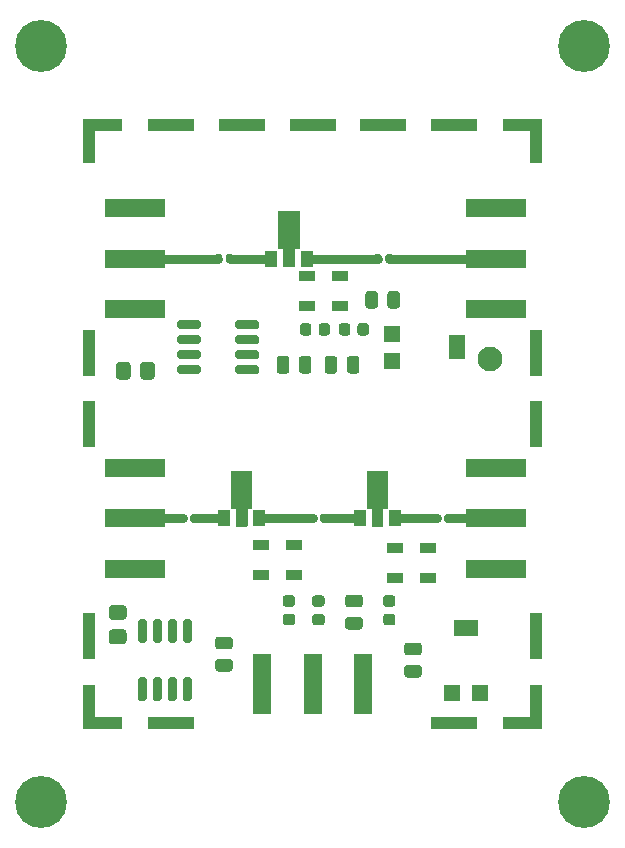
<source format=gbr>
G04 #@! TF.GenerationSoftware,KiCad,Pcbnew,5.1.6-c6e7f7d~87~ubuntu18.04.1*
G04 #@! TF.CreationDate,2021-01-12T05:29:31+00:00*
G04 #@! TF.ProjectId,amp,616d702e-6b69-4636-9164-5f7063625858,rev?*
G04 #@! TF.SameCoordinates,Original*
G04 #@! TF.FileFunction,Soldermask,Top*
G04 #@! TF.FilePolarity,Negative*
%FSLAX46Y46*%
G04 Gerber Fmt 4.6, Leading zero omitted, Abs format (unit mm)*
G04 Created by KiCad (PCBNEW 5.1.6-c6e7f7d~87~ubuntu18.04.1) date 2021-01-12 05:29:31*
%MOMM*%
%LPD*%
G01*
G04 APERTURE LIST*
%ADD10C,0.750000*%
%ADD11C,2.100000*%
%ADD12R,1.400000X1.400000*%
%ADD13R,2.100000X1.400000*%
%ADD14R,1.400000X2.100000*%
%ADD15R,1.370000X0.862000*%
%ADD16R,2.450000X1.100000*%
%ADD17R,3.900000X1.100000*%
%ADD18R,1.100000X2.800000*%
%ADD19R,1.100000X3.900000*%
%ADD20R,1.100000X1.100000*%
%ADD21C,4.400000*%
%ADD22C,0.100000*%
%ADD23R,1.000000X1.400000*%
%ADD24R,5.180000X1.600000*%
%ADD25R,1.600000X5.180000*%
G04 APERTURE END LIST*
D10*
X149485000Y-101000000D02*
X153500000Y-101000000D01*
X145000000Y-101000000D02*
X148515000Y-101000000D01*
X138970000Y-101000000D02*
X142000000Y-101000000D01*
X133500000Y-101000000D02*
X138000000Y-101000000D01*
X127985000Y-101000000D02*
X130500000Y-101000000D01*
X123000000Y-101000000D02*
X127015000Y-101000000D01*
X144485000Y-79000000D02*
X153500000Y-79000000D01*
X137500000Y-79000000D02*
X143515000Y-79000000D01*
X130985000Y-79000000D02*
X134500000Y-79000000D01*
X123000000Y-79000000D02*
X130015000Y-79000000D01*
G04 #@! TO.C,C14*
G36*
G01*
X123400000Y-88978262D02*
X123400000Y-88021738D01*
G75*
G02*
X123671738Y-87750000I271738J0D01*
G01*
X124378262Y-87750000D01*
G75*
G02*
X124650000Y-88021738I0J-271738D01*
G01*
X124650000Y-88978262D01*
G75*
G02*
X124378262Y-89250000I-271738J0D01*
G01*
X123671738Y-89250000D01*
G75*
G02*
X123400000Y-88978262I0J271738D01*
G01*
G37*
G36*
G01*
X121350000Y-88978262D02*
X121350000Y-88021738D01*
G75*
G02*
X121621738Y-87750000I271738J0D01*
G01*
X122328262Y-87750000D01*
G75*
G02*
X122600000Y-88021738I0J-271738D01*
G01*
X122600000Y-88978262D01*
G75*
G02*
X122328262Y-89250000I-271738J0D01*
G01*
X121621738Y-89250000D01*
G75*
G02*
X121350000Y-88978262I0J271738D01*
G01*
G37*
G04 #@! TD*
G04 #@! TO.C,C13*
G36*
G01*
X121021738Y-110400000D02*
X121978262Y-110400000D01*
G75*
G02*
X122250000Y-110671738I0J-271738D01*
G01*
X122250000Y-111378262D01*
G75*
G02*
X121978262Y-111650000I-271738J0D01*
G01*
X121021738Y-111650000D01*
G75*
G02*
X120750000Y-111378262I0J271738D01*
G01*
X120750000Y-110671738D01*
G75*
G02*
X121021738Y-110400000I271738J0D01*
G01*
G37*
G36*
G01*
X121021738Y-108350000D02*
X121978262Y-108350000D01*
G75*
G02*
X122250000Y-108621738I0J-271738D01*
G01*
X122250000Y-109328262D01*
G75*
G02*
X121978262Y-109600000I-271738J0D01*
G01*
X121021738Y-109600000D01*
G75*
G02*
X120750000Y-109328262I0J271738D01*
G01*
X120750000Y-108621738D01*
G75*
G02*
X121021738Y-108350000I271738J0D01*
G01*
G37*
G04 #@! TD*
G04 #@! TO.C,U5*
G36*
G01*
X123770000Y-111550000D02*
X123420000Y-111550000D01*
G75*
G02*
X123245000Y-111375000I0J175000D01*
G01*
X123245000Y-109675000D01*
G75*
G02*
X123420000Y-109500000I175000J0D01*
G01*
X123770000Y-109500000D01*
G75*
G02*
X123945000Y-109675000I0J-175000D01*
G01*
X123945000Y-111375000D01*
G75*
G02*
X123770000Y-111550000I-175000J0D01*
G01*
G37*
G36*
G01*
X125040000Y-111550000D02*
X124690000Y-111550000D01*
G75*
G02*
X124515000Y-111375000I0J175000D01*
G01*
X124515000Y-109675000D01*
G75*
G02*
X124690000Y-109500000I175000J0D01*
G01*
X125040000Y-109500000D01*
G75*
G02*
X125215000Y-109675000I0J-175000D01*
G01*
X125215000Y-111375000D01*
G75*
G02*
X125040000Y-111550000I-175000J0D01*
G01*
G37*
G36*
G01*
X126310000Y-111550000D02*
X125960000Y-111550000D01*
G75*
G02*
X125785000Y-111375000I0J175000D01*
G01*
X125785000Y-109675000D01*
G75*
G02*
X125960000Y-109500000I175000J0D01*
G01*
X126310000Y-109500000D01*
G75*
G02*
X126485000Y-109675000I0J-175000D01*
G01*
X126485000Y-111375000D01*
G75*
G02*
X126310000Y-111550000I-175000J0D01*
G01*
G37*
G36*
G01*
X127580000Y-111550000D02*
X127230000Y-111550000D01*
G75*
G02*
X127055000Y-111375000I0J175000D01*
G01*
X127055000Y-109675000D01*
G75*
G02*
X127230000Y-109500000I175000J0D01*
G01*
X127580000Y-109500000D01*
G75*
G02*
X127755000Y-109675000I0J-175000D01*
G01*
X127755000Y-111375000D01*
G75*
G02*
X127580000Y-111550000I-175000J0D01*
G01*
G37*
G36*
G01*
X127580000Y-116500000D02*
X127230000Y-116500000D01*
G75*
G02*
X127055000Y-116325000I0J175000D01*
G01*
X127055000Y-114625000D01*
G75*
G02*
X127230000Y-114450000I175000J0D01*
G01*
X127580000Y-114450000D01*
G75*
G02*
X127755000Y-114625000I0J-175000D01*
G01*
X127755000Y-116325000D01*
G75*
G02*
X127580000Y-116500000I-175000J0D01*
G01*
G37*
G36*
G01*
X126310000Y-116500000D02*
X125960000Y-116500000D01*
G75*
G02*
X125785000Y-116325000I0J175000D01*
G01*
X125785000Y-114625000D01*
G75*
G02*
X125960000Y-114450000I175000J0D01*
G01*
X126310000Y-114450000D01*
G75*
G02*
X126485000Y-114625000I0J-175000D01*
G01*
X126485000Y-116325000D01*
G75*
G02*
X126310000Y-116500000I-175000J0D01*
G01*
G37*
G36*
G01*
X125040000Y-116500000D02*
X124690000Y-116500000D01*
G75*
G02*
X124515000Y-116325000I0J175000D01*
G01*
X124515000Y-114625000D01*
G75*
G02*
X124690000Y-114450000I175000J0D01*
G01*
X125040000Y-114450000D01*
G75*
G02*
X125215000Y-114625000I0J-175000D01*
G01*
X125215000Y-116325000D01*
G75*
G02*
X125040000Y-116500000I-175000J0D01*
G01*
G37*
G36*
G01*
X123770000Y-116500000D02*
X123420000Y-116500000D01*
G75*
G02*
X123245000Y-116325000I0J175000D01*
G01*
X123245000Y-114625000D01*
G75*
G02*
X123420000Y-114450000I175000J0D01*
G01*
X123770000Y-114450000D01*
G75*
G02*
X123945000Y-114625000I0J-175000D01*
G01*
X123945000Y-116325000D01*
G75*
G02*
X123770000Y-116500000I-175000J0D01*
G01*
G37*
G04 #@! TD*
G04 #@! TO.C,U4*
G36*
G01*
X131450000Y-84770000D02*
X131450000Y-84420000D01*
G75*
G02*
X131625000Y-84245000I175000J0D01*
G01*
X133325000Y-84245000D01*
G75*
G02*
X133500000Y-84420000I0J-175000D01*
G01*
X133500000Y-84770000D01*
G75*
G02*
X133325000Y-84945000I-175000J0D01*
G01*
X131625000Y-84945000D01*
G75*
G02*
X131450000Y-84770000I0J175000D01*
G01*
G37*
G36*
G01*
X131450000Y-86040000D02*
X131450000Y-85690000D01*
G75*
G02*
X131625000Y-85515000I175000J0D01*
G01*
X133325000Y-85515000D01*
G75*
G02*
X133500000Y-85690000I0J-175000D01*
G01*
X133500000Y-86040000D01*
G75*
G02*
X133325000Y-86215000I-175000J0D01*
G01*
X131625000Y-86215000D01*
G75*
G02*
X131450000Y-86040000I0J175000D01*
G01*
G37*
G36*
G01*
X131450000Y-87310000D02*
X131450000Y-86960000D01*
G75*
G02*
X131625000Y-86785000I175000J0D01*
G01*
X133325000Y-86785000D01*
G75*
G02*
X133500000Y-86960000I0J-175000D01*
G01*
X133500000Y-87310000D01*
G75*
G02*
X133325000Y-87485000I-175000J0D01*
G01*
X131625000Y-87485000D01*
G75*
G02*
X131450000Y-87310000I0J175000D01*
G01*
G37*
G36*
G01*
X131450000Y-88580000D02*
X131450000Y-88230000D01*
G75*
G02*
X131625000Y-88055000I175000J0D01*
G01*
X133325000Y-88055000D01*
G75*
G02*
X133500000Y-88230000I0J-175000D01*
G01*
X133500000Y-88580000D01*
G75*
G02*
X133325000Y-88755000I-175000J0D01*
G01*
X131625000Y-88755000D01*
G75*
G02*
X131450000Y-88580000I0J175000D01*
G01*
G37*
G36*
G01*
X126500000Y-88580000D02*
X126500000Y-88230000D01*
G75*
G02*
X126675000Y-88055000I175000J0D01*
G01*
X128375000Y-88055000D01*
G75*
G02*
X128550000Y-88230000I0J-175000D01*
G01*
X128550000Y-88580000D01*
G75*
G02*
X128375000Y-88755000I-175000J0D01*
G01*
X126675000Y-88755000D01*
G75*
G02*
X126500000Y-88580000I0J175000D01*
G01*
G37*
G36*
G01*
X126500000Y-87310000D02*
X126500000Y-86960000D01*
G75*
G02*
X126675000Y-86785000I175000J0D01*
G01*
X128375000Y-86785000D01*
G75*
G02*
X128550000Y-86960000I0J-175000D01*
G01*
X128550000Y-87310000D01*
G75*
G02*
X128375000Y-87485000I-175000J0D01*
G01*
X126675000Y-87485000D01*
G75*
G02*
X126500000Y-87310000I0J175000D01*
G01*
G37*
G36*
G01*
X126500000Y-86040000D02*
X126500000Y-85690000D01*
G75*
G02*
X126675000Y-85515000I175000J0D01*
G01*
X128375000Y-85515000D01*
G75*
G02*
X128550000Y-85690000I0J-175000D01*
G01*
X128550000Y-86040000D01*
G75*
G02*
X128375000Y-86215000I-175000J0D01*
G01*
X126675000Y-86215000D01*
G75*
G02*
X126500000Y-86040000I0J175000D01*
G01*
G37*
G36*
G01*
X126500000Y-84770000D02*
X126500000Y-84420000D01*
G75*
G02*
X126675000Y-84245000I175000J0D01*
G01*
X128375000Y-84245000D01*
G75*
G02*
X128550000Y-84420000I0J-175000D01*
G01*
X128550000Y-84770000D01*
G75*
G02*
X128375000Y-84945000I-175000J0D01*
G01*
X126675000Y-84945000D01*
G75*
G02*
X126500000Y-84770000I0J175000D01*
G01*
G37*
G04 #@! TD*
D11*
G04 #@! TO.C,TP1*
X153000000Y-87500000D03*
G04 #@! TD*
D12*
G04 #@! TO.C,RV2*
X152150000Y-115750000D03*
D13*
X151000000Y-110250000D03*
D12*
X149850000Y-115750000D03*
G04 #@! TD*
G04 #@! TO.C,RV1*
X144750000Y-87650000D03*
D14*
X150250000Y-86500000D03*
D12*
X144750000Y-85350000D03*
G04 #@! TD*
G04 #@! TO.C,R4*
G36*
G01*
X146981250Y-112600000D02*
X146018750Y-112600000D01*
G75*
G02*
X145750000Y-112331250I0J268750D01*
G01*
X145750000Y-111793750D01*
G75*
G02*
X146018750Y-111525000I268750J0D01*
G01*
X146981250Y-111525000D01*
G75*
G02*
X147250000Y-111793750I0J-268750D01*
G01*
X147250000Y-112331250D01*
G75*
G02*
X146981250Y-112600000I-268750J0D01*
G01*
G37*
G36*
G01*
X146981250Y-114475000D02*
X146018750Y-114475000D01*
G75*
G02*
X145750000Y-114206250I0J268750D01*
G01*
X145750000Y-113668750D01*
G75*
G02*
X146018750Y-113400000I268750J0D01*
G01*
X146981250Y-113400000D01*
G75*
G02*
X147250000Y-113668750I0J-268750D01*
G01*
X147250000Y-114206250D01*
G75*
G02*
X146981250Y-114475000I-268750J0D01*
G01*
G37*
G04 #@! TD*
G04 #@! TO.C,R3*
G36*
G01*
X140100000Y-87518750D02*
X140100000Y-88481250D01*
G75*
G02*
X139831250Y-88750000I-268750J0D01*
G01*
X139293750Y-88750000D01*
G75*
G02*
X139025000Y-88481250I0J268750D01*
G01*
X139025000Y-87518750D01*
G75*
G02*
X139293750Y-87250000I268750J0D01*
G01*
X139831250Y-87250000D01*
G75*
G02*
X140100000Y-87518750I0J-268750D01*
G01*
G37*
G36*
G01*
X141975000Y-87518750D02*
X141975000Y-88481250D01*
G75*
G02*
X141706250Y-88750000I-268750J0D01*
G01*
X141168750Y-88750000D01*
G75*
G02*
X140900000Y-88481250I0J268750D01*
G01*
X140900000Y-87518750D01*
G75*
G02*
X141168750Y-87250000I268750J0D01*
G01*
X141706250Y-87250000D01*
G75*
G02*
X141975000Y-87518750I0J-268750D01*
G01*
G37*
G04 #@! TD*
G04 #@! TO.C,R2*
G36*
G01*
X130981250Y-112100000D02*
X130018750Y-112100000D01*
G75*
G02*
X129750000Y-111831250I0J268750D01*
G01*
X129750000Y-111293750D01*
G75*
G02*
X130018750Y-111025000I268750J0D01*
G01*
X130981250Y-111025000D01*
G75*
G02*
X131250000Y-111293750I0J-268750D01*
G01*
X131250000Y-111831250D01*
G75*
G02*
X130981250Y-112100000I-268750J0D01*
G01*
G37*
G36*
G01*
X130981250Y-113975000D02*
X130018750Y-113975000D01*
G75*
G02*
X129750000Y-113706250I0J268750D01*
G01*
X129750000Y-113168750D01*
G75*
G02*
X130018750Y-112900000I268750J0D01*
G01*
X130981250Y-112900000D01*
G75*
G02*
X131250000Y-113168750I0J-268750D01*
G01*
X131250000Y-113706250D01*
G75*
G02*
X130981250Y-113975000I-268750J0D01*
G01*
G37*
G04 #@! TD*
G04 #@! TO.C,R1*
G36*
G01*
X136037500Y-87518750D02*
X136037500Y-88481250D01*
G75*
G02*
X135768750Y-88750000I-268750J0D01*
G01*
X135231250Y-88750000D01*
G75*
G02*
X134962500Y-88481250I0J268750D01*
G01*
X134962500Y-87518750D01*
G75*
G02*
X135231250Y-87250000I268750J0D01*
G01*
X135768750Y-87250000D01*
G75*
G02*
X136037500Y-87518750I0J-268750D01*
G01*
G37*
G36*
G01*
X137912500Y-87518750D02*
X137912500Y-88481250D01*
G75*
G02*
X137643750Y-88750000I-268750J0D01*
G01*
X137106250Y-88750000D01*
G75*
G02*
X136837500Y-88481250I0J268750D01*
G01*
X136837500Y-87518750D01*
G75*
G02*
X137106250Y-87250000I268750J0D01*
G01*
X137643750Y-87250000D01*
G75*
G02*
X137912500Y-87518750I0J-268750D01*
G01*
G37*
G04 #@! TD*
D15*
G04 #@! TO.C,L3*
X147794000Y-103500000D03*
X147794000Y-106040000D03*
X145000000Y-106040000D03*
X145000000Y-103500000D03*
G04 #@! TD*
G04 #@! TO.C,L2*
X136397000Y-103230000D03*
X136397000Y-105770000D03*
X133603000Y-105770000D03*
X133603000Y-103230000D03*
G04 #@! TD*
G04 #@! TO.C,L1*
X140294000Y-80500000D03*
X140294000Y-83040000D03*
X137500000Y-83040000D03*
X137500000Y-80500000D03*
G04 #@! TD*
D16*
G04 #@! TO.C,J7*
X120725000Y-118300000D03*
X120725000Y-67700000D03*
D17*
X126000000Y-118300000D03*
X126000000Y-67700000D03*
X132000000Y-67700000D03*
X138000000Y-67700000D03*
X144000000Y-67700000D03*
X150000000Y-118300000D03*
X150000000Y-67700000D03*
D16*
X155275000Y-118300000D03*
X155275000Y-67700000D03*
D18*
X119050000Y-116450000D03*
X156950000Y-116450000D03*
D19*
X119050000Y-111000000D03*
X156950000Y-111000000D03*
X119050000Y-93000000D03*
X156950000Y-93000000D03*
X119050000Y-87000000D03*
X156950000Y-87000000D03*
D18*
X119050000Y-69550000D03*
X156950000Y-69550000D03*
D20*
X119050000Y-67700000D03*
X119050000Y-118300000D03*
X156950000Y-118300000D03*
X156950000Y-67700000D03*
G04 #@! TD*
D21*
G04 #@! TO.C,H4*
X161000000Y-125000000D03*
G04 #@! TD*
G04 #@! TO.C,H3*
X161000000Y-61000000D03*
G04 #@! TD*
G04 #@! TO.C,H2*
X115000000Y-125000000D03*
G04 #@! TD*
G04 #@! TO.C,H1*
X115000000Y-61000000D03*
G04 #@! TD*
D22*
G04 #@! TO.C,U3*
G36*
X142584461Y-97040245D02*
G01*
X142587306Y-97030866D01*
X142591927Y-97022221D01*
X142598145Y-97014645D01*
X142605721Y-97008427D01*
X142614366Y-97003806D01*
X142623745Y-97000961D01*
X142633500Y-97000000D01*
X144366500Y-97000000D01*
X144376255Y-97000961D01*
X144385634Y-97003806D01*
X144394279Y-97008427D01*
X144401855Y-97014645D01*
X144408073Y-97022221D01*
X144412694Y-97030866D01*
X144415539Y-97040245D01*
X144416500Y-97050000D01*
X144416500Y-100175000D01*
X144415539Y-100184755D01*
X144412694Y-100194134D01*
X144408073Y-100202779D01*
X144401855Y-100210355D01*
X144394279Y-100216573D01*
X144385634Y-100221194D01*
X144376255Y-100224039D01*
X144366500Y-100225000D01*
X144000000Y-100225000D01*
X144000000Y-101650000D01*
X143999039Y-101659755D01*
X143996194Y-101669134D01*
X143991573Y-101677779D01*
X143985355Y-101685355D01*
X143977779Y-101691573D01*
X143969134Y-101696194D01*
X143959755Y-101699039D01*
X143950000Y-101700000D01*
X143050000Y-101700000D01*
X143040245Y-101699039D01*
X143030866Y-101696194D01*
X143022221Y-101691573D01*
X143014645Y-101685355D01*
X143008427Y-101677779D01*
X143003806Y-101669134D01*
X143000961Y-101659755D01*
X143000000Y-101650000D01*
X143000000Y-100225000D01*
X142633500Y-100225000D01*
X142623745Y-100224039D01*
X142614366Y-100221194D01*
X142605721Y-100216573D01*
X142598145Y-100210355D01*
X142591927Y-100202779D01*
X142587306Y-100194134D01*
X142584461Y-100184755D01*
X142583500Y-100175000D01*
X142583500Y-97050000D01*
X142584461Y-97040245D01*
G37*
D23*
X145000000Y-101000000D03*
X142000000Y-101000000D03*
G04 #@! TD*
D22*
G04 #@! TO.C,U2*
G36*
X131084461Y-97040245D02*
G01*
X131087306Y-97030866D01*
X131091927Y-97022221D01*
X131098145Y-97014645D01*
X131105721Y-97008427D01*
X131114366Y-97003806D01*
X131123745Y-97000961D01*
X131133500Y-97000000D01*
X132866500Y-97000000D01*
X132876255Y-97000961D01*
X132885634Y-97003806D01*
X132894279Y-97008427D01*
X132901855Y-97014645D01*
X132908073Y-97022221D01*
X132912694Y-97030866D01*
X132915539Y-97040245D01*
X132916500Y-97050000D01*
X132916500Y-100175000D01*
X132915539Y-100184755D01*
X132912694Y-100194134D01*
X132908073Y-100202779D01*
X132901855Y-100210355D01*
X132894279Y-100216573D01*
X132885634Y-100221194D01*
X132876255Y-100224039D01*
X132866500Y-100225000D01*
X132500000Y-100225000D01*
X132500000Y-101650000D01*
X132499039Y-101659755D01*
X132496194Y-101669134D01*
X132491573Y-101677779D01*
X132485355Y-101685355D01*
X132477779Y-101691573D01*
X132469134Y-101696194D01*
X132459755Y-101699039D01*
X132450000Y-101700000D01*
X131550000Y-101700000D01*
X131540245Y-101699039D01*
X131530866Y-101696194D01*
X131522221Y-101691573D01*
X131514645Y-101685355D01*
X131508427Y-101677779D01*
X131503806Y-101669134D01*
X131500961Y-101659755D01*
X131500000Y-101650000D01*
X131500000Y-100225000D01*
X131133500Y-100225000D01*
X131123745Y-100224039D01*
X131114366Y-100221194D01*
X131105721Y-100216573D01*
X131098145Y-100210355D01*
X131091927Y-100202779D01*
X131087306Y-100194134D01*
X131084461Y-100184755D01*
X131083500Y-100175000D01*
X131083500Y-97050000D01*
X131084461Y-97040245D01*
G37*
D23*
X133500000Y-101000000D03*
X130500000Y-101000000D03*
G04 #@! TD*
D22*
G04 #@! TO.C,U1*
G36*
X135084461Y-75040245D02*
G01*
X135087306Y-75030866D01*
X135091927Y-75022221D01*
X135098145Y-75014645D01*
X135105721Y-75008427D01*
X135114366Y-75003806D01*
X135123745Y-75000961D01*
X135133500Y-75000000D01*
X136866500Y-75000000D01*
X136876255Y-75000961D01*
X136885634Y-75003806D01*
X136894279Y-75008427D01*
X136901855Y-75014645D01*
X136908073Y-75022221D01*
X136912694Y-75030866D01*
X136915539Y-75040245D01*
X136916500Y-75050000D01*
X136916500Y-78175000D01*
X136915539Y-78184755D01*
X136912694Y-78194134D01*
X136908073Y-78202779D01*
X136901855Y-78210355D01*
X136894279Y-78216573D01*
X136885634Y-78221194D01*
X136876255Y-78224039D01*
X136866500Y-78225000D01*
X136500000Y-78225000D01*
X136500000Y-79650000D01*
X136499039Y-79659755D01*
X136496194Y-79669134D01*
X136491573Y-79677779D01*
X136485355Y-79685355D01*
X136477779Y-79691573D01*
X136469134Y-79696194D01*
X136459755Y-79699039D01*
X136450000Y-79700000D01*
X135550000Y-79700000D01*
X135540245Y-79699039D01*
X135530866Y-79696194D01*
X135522221Y-79691573D01*
X135514645Y-79685355D01*
X135508427Y-79677779D01*
X135503806Y-79669134D01*
X135500961Y-79659755D01*
X135500000Y-79650000D01*
X135500000Y-78225000D01*
X135133500Y-78225000D01*
X135123745Y-78224039D01*
X135114366Y-78221194D01*
X135105721Y-78216573D01*
X135098145Y-78210355D01*
X135091927Y-78202779D01*
X135087306Y-78194134D01*
X135084461Y-78184755D01*
X135083500Y-78175000D01*
X135083500Y-75050000D01*
X135084461Y-75040245D01*
G37*
D23*
X137500000Y-79000000D03*
X134500000Y-79000000D03*
G04 #@! TD*
D24*
G04 #@! TO.C,J5*
X153500000Y-101000000D03*
X153500000Y-96750000D03*
X153500000Y-105250000D03*
G04 #@! TD*
D25*
G04 #@! TO.C,J4*
X138000000Y-115000000D03*
X142250000Y-115000000D03*
X133750000Y-115000000D03*
G04 #@! TD*
D24*
G04 #@! TO.C,J3*
X153500000Y-79000000D03*
X153500000Y-74750000D03*
X153500000Y-83250000D03*
G04 #@! TD*
G04 #@! TO.C,J2*
X123000000Y-101000000D03*
X123000000Y-105250000D03*
X123000000Y-96750000D03*
G04 #@! TD*
G04 #@! TO.C,J1*
X123000000Y-79000000D03*
X123000000Y-83250000D03*
X123000000Y-74750000D03*
G04 #@! TD*
G04 #@! TO.C,C12*
G36*
G01*
X148860000Y-100802500D02*
X148860000Y-101197500D01*
G75*
G02*
X148687500Y-101370000I-172500J0D01*
G01*
X148342500Y-101370000D01*
G75*
G02*
X148170000Y-101197500I0J172500D01*
G01*
X148170000Y-100802500D01*
G75*
G02*
X148342500Y-100630000I172500J0D01*
G01*
X148687500Y-100630000D01*
G75*
G02*
X148860000Y-100802500I0J-172500D01*
G01*
G37*
G36*
G01*
X149830000Y-100802500D02*
X149830000Y-101197500D01*
G75*
G02*
X149657500Y-101370000I-172500J0D01*
G01*
X149312500Y-101370000D01*
G75*
G02*
X149140000Y-101197500I0J172500D01*
G01*
X149140000Y-100802500D01*
G75*
G02*
X149312500Y-100630000I172500J0D01*
G01*
X149657500Y-100630000D01*
G75*
G02*
X149830000Y-100802500I0J-172500D01*
G01*
G37*
G04 #@! TD*
G04 #@! TO.C,C11*
G36*
G01*
X138218750Y-109087500D02*
X138781250Y-109087500D01*
G75*
G02*
X139025000Y-109331250I0J-243750D01*
G01*
X139025000Y-109818750D01*
G75*
G02*
X138781250Y-110062500I-243750J0D01*
G01*
X138218750Y-110062500D01*
G75*
G02*
X137975000Y-109818750I0J243750D01*
G01*
X137975000Y-109331250D01*
G75*
G02*
X138218750Y-109087500I243750J0D01*
G01*
G37*
G36*
G01*
X138218750Y-107512500D02*
X138781250Y-107512500D01*
G75*
G02*
X139025000Y-107756250I0J-243750D01*
G01*
X139025000Y-108243750D01*
G75*
G02*
X138781250Y-108487500I-243750J0D01*
G01*
X138218750Y-108487500D01*
G75*
G02*
X137975000Y-108243750I0J243750D01*
G01*
X137975000Y-107756250D01*
G75*
G02*
X138218750Y-107512500I243750J0D01*
G01*
G37*
G04 #@! TD*
G04 #@! TO.C,C10*
G36*
G01*
X141200000Y-84718750D02*
X141200000Y-85281250D01*
G75*
G02*
X140956250Y-85525000I-243750J0D01*
G01*
X140468750Y-85525000D01*
G75*
G02*
X140225000Y-85281250I0J243750D01*
G01*
X140225000Y-84718750D01*
G75*
G02*
X140468750Y-84475000I243750J0D01*
G01*
X140956250Y-84475000D01*
G75*
G02*
X141200000Y-84718750I0J-243750D01*
G01*
G37*
G36*
G01*
X142775000Y-84718750D02*
X142775000Y-85281250D01*
G75*
G02*
X142531250Y-85525000I-243750J0D01*
G01*
X142043750Y-85525000D01*
G75*
G02*
X141800000Y-85281250I0J243750D01*
G01*
X141800000Y-84718750D01*
G75*
G02*
X142043750Y-84475000I243750J0D01*
G01*
X142531250Y-84475000D01*
G75*
G02*
X142775000Y-84718750I0J-243750D01*
G01*
G37*
G04 #@! TD*
G04 #@! TO.C,C9*
G36*
G01*
X144218750Y-109087500D02*
X144781250Y-109087500D01*
G75*
G02*
X145025000Y-109331250I0J-243750D01*
G01*
X145025000Y-109818750D01*
G75*
G02*
X144781250Y-110062500I-243750J0D01*
G01*
X144218750Y-110062500D01*
G75*
G02*
X143975000Y-109818750I0J243750D01*
G01*
X143975000Y-109331250D01*
G75*
G02*
X144218750Y-109087500I243750J0D01*
G01*
G37*
G36*
G01*
X144218750Y-107512500D02*
X144781250Y-107512500D01*
G75*
G02*
X145025000Y-107756250I0J-243750D01*
G01*
X145025000Y-108243750D01*
G75*
G02*
X144781250Y-108487500I-243750J0D01*
G01*
X144218750Y-108487500D01*
G75*
G02*
X143975000Y-108243750I0J243750D01*
G01*
X143975000Y-107756250D01*
G75*
G02*
X144218750Y-107512500I243750J0D01*
G01*
G37*
G04 #@! TD*
G04 #@! TO.C,C8*
G36*
G01*
X138512500Y-85281250D02*
X138512500Y-84718750D01*
G75*
G02*
X138756250Y-84475000I243750J0D01*
G01*
X139243750Y-84475000D01*
G75*
G02*
X139487500Y-84718750I0J-243750D01*
G01*
X139487500Y-85281250D01*
G75*
G02*
X139243750Y-85525000I-243750J0D01*
G01*
X138756250Y-85525000D01*
G75*
G02*
X138512500Y-85281250I0J243750D01*
G01*
G37*
G36*
G01*
X136937500Y-85281250D02*
X136937500Y-84718750D01*
G75*
G02*
X137181250Y-84475000I243750J0D01*
G01*
X137668750Y-84475000D01*
G75*
G02*
X137912500Y-84718750I0J-243750D01*
G01*
X137912500Y-85281250D01*
G75*
G02*
X137668750Y-85525000I-243750J0D01*
G01*
X137181250Y-85525000D01*
G75*
G02*
X136937500Y-85281250I0J243750D01*
G01*
G37*
G04 #@! TD*
G04 #@! TO.C,C7*
G36*
G01*
X135718750Y-109087500D02*
X136281250Y-109087500D01*
G75*
G02*
X136525000Y-109331250I0J-243750D01*
G01*
X136525000Y-109818750D01*
G75*
G02*
X136281250Y-110062500I-243750J0D01*
G01*
X135718750Y-110062500D01*
G75*
G02*
X135475000Y-109818750I0J243750D01*
G01*
X135475000Y-109331250D01*
G75*
G02*
X135718750Y-109087500I243750J0D01*
G01*
G37*
G36*
G01*
X135718750Y-107512500D02*
X136281250Y-107512500D01*
G75*
G02*
X136525000Y-107756250I0J-243750D01*
G01*
X136525000Y-108243750D01*
G75*
G02*
X136281250Y-108487500I-243750J0D01*
G01*
X135718750Y-108487500D01*
G75*
G02*
X135475000Y-108243750I0J243750D01*
G01*
X135475000Y-107756250D01*
G75*
G02*
X135718750Y-107512500I243750J0D01*
G01*
G37*
G04 #@! TD*
G04 #@! TO.C,C6*
G36*
G01*
X138345000Y-100802500D02*
X138345000Y-101197500D01*
G75*
G02*
X138172500Y-101370000I-172500J0D01*
G01*
X137827500Y-101370000D01*
G75*
G02*
X137655000Y-101197500I0J172500D01*
G01*
X137655000Y-100802500D01*
G75*
G02*
X137827500Y-100630000I172500J0D01*
G01*
X138172500Y-100630000D01*
G75*
G02*
X138345000Y-100802500I0J-172500D01*
G01*
G37*
G36*
G01*
X139315000Y-100802500D02*
X139315000Y-101197500D01*
G75*
G02*
X139142500Y-101370000I-172500J0D01*
G01*
X138797500Y-101370000D01*
G75*
G02*
X138625000Y-101197500I0J172500D01*
G01*
X138625000Y-100802500D01*
G75*
G02*
X138797500Y-100630000I172500J0D01*
G01*
X139142500Y-100630000D01*
G75*
G02*
X139315000Y-100802500I0J-172500D01*
G01*
G37*
G04 #@! TD*
G04 #@! TO.C,C5*
G36*
G01*
X143860000Y-78802500D02*
X143860000Y-79197500D01*
G75*
G02*
X143687500Y-79370000I-172500J0D01*
G01*
X143342500Y-79370000D01*
G75*
G02*
X143170000Y-79197500I0J172500D01*
G01*
X143170000Y-78802500D01*
G75*
G02*
X143342500Y-78630000I172500J0D01*
G01*
X143687500Y-78630000D01*
G75*
G02*
X143860000Y-78802500I0J-172500D01*
G01*
G37*
G36*
G01*
X144830000Y-78802500D02*
X144830000Y-79197500D01*
G75*
G02*
X144657500Y-79370000I-172500J0D01*
G01*
X144312500Y-79370000D01*
G75*
G02*
X144140000Y-79197500I0J172500D01*
G01*
X144140000Y-78802500D01*
G75*
G02*
X144312500Y-78630000I172500J0D01*
G01*
X144657500Y-78630000D01*
G75*
G02*
X144830000Y-78802500I0J-172500D01*
G01*
G37*
G04 #@! TD*
G04 #@! TO.C,C4*
G36*
G01*
X143537500Y-82018750D02*
X143537500Y-82981250D01*
G75*
G02*
X143268750Y-83250000I-268750J0D01*
G01*
X142731250Y-83250000D01*
G75*
G02*
X142462500Y-82981250I0J268750D01*
G01*
X142462500Y-82018750D01*
G75*
G02*
X142731250Y-81750000I268750J0D01*
G01*
X143268750Y-81750000D01*
G75*
G02*
X143537500Y-82018750I0J-268750D01*
G01*
G37*
G36*
G01*
X145412500Y-82018750D02*
X145412500Y-82981250D01*
G75*
G02*
X145143750Y-83250000I-268750J0D01*
G01*
X144606250Y-83250000D01*
G75*
G02*
X144337500Y-82981250I0J268750D01*
G01*
X144337500Y-82018750D01*
G75*
G02*
X144606250Y-81750000I268750J0D01*
G01*
X145143750Y-81750000D01*
G75*
G02*
X145412500Y-82018750I0J-268750D01*
G01*
G37*
G04 #@! TD*
G04 #@! TO.C,C3*
G36*
G01*
X141018750Y-109337500D02*
X141981250Y-109337500D01*
G75*
G02*
X142250000Y-109606250I0J-268750D01*
G01*
X142250000Y-110143750D01*
G75*
G02*
X141981250Y-110412500I-268750J0D01*
G01*
X141018750Y-110412500D01*
G75*
G02*
X140750000Y-110143750I0J268750D01*
G01*
X140750000Y-109606250D01*
G75*
G02*
X141018750Y-109337500I268750J0D01*
G01*
G37*
G36*
G01*
X141018750Y-107462500D02*
X141981250Y-107462500D01*
G75*
G02*
X142250000Y-107731250I0J-268750D01*
G01*
X142250000Y-108268750D01*
G75*
G02*
X141981250Y-108537500I-268750J0D01*
G01*
X141018750Y-108537500D01*
G75*
G02*
X140750000Y-108268750I0J268750D01*
G01*
X140750000Y-107731250D01*
G75*
G02*
X141018750Y-107462500I268750J0D01*
G01*
G37*
G04 #@! TD*
G04 #@! TO.C,C2*
G36*
G01*
X127360000Y-100802500D02*
X127360000Y-101197500D01*
G75*
G02*
X127187500Y-101370000I-172500J0D01*
G01*
X126842500Y-101370000D01*
G75*
G02*
X126670000Y-101197500I0J172500D01*
G01*
X126670000Y-100802500D01*
G75*
G02*
X126842500Y-100630000I172500J0D01*
G01*
X127187500Y-100630000D01*
G75*
G02*
X127360000Y-100802500I0J-172500D01*
G01*
G37*
G36*
G01*
X128330000Y-100802500D02*
X128330000Y-101197500D01*
G75*
G02*
X128157500Y-101370000I-172500J0D01*
G01*
X127812500Y-101370000D01*
G75*
G02*
X127640000Y-101197500I0J172500D01*
G01*
X127640000Y-100802500D01*
G75*
G02*
X127812500Y-100630000I172500J0D01*
G01*
X128157500Y-100630000D01*
G75*
G02*
X128330000Y-100802500I0J-172500D01*
G01*
G37*
G04 #@! TD*
G04 #@! TO.C,C1*
G36*
G01*
X130360000Y-78802500D02*
X130360000Y-79197500D01*
G75*
G02*
X130187500Y-79370000I-172500J0D01*
G01*
X129842500Y-79370000D01*
G75*
G02*
X129670000Y-79197500I0J172500D01*
G01*
X129670000Y-78802500D01*
G75*
G02*
X129842500Y-78630000I172500J0D01*
G01*
X130187500Y-78630000D01*
G75*
G02*
X130360000Y-78802500I0J-172500D01*
G01*
G37*
G36*
G01*
X131330000Y-78802500D02*
X131330000Y-79197500D01*
G75*
G02*
X131157500Y-79370000I-172500J0D01*
G01*
X130812500Y-79370000D01*
G75*
G02*
X130640000Y-79197500I0J172500D01*
G01*
X130640000Y-78802500D01*
G75*
G02*
X130812500Y-78630000I172500J0D01*
G01*
X131157500Y-78630000D01*
G75*
G02*
X131330000Y-78802500I0J-172500D01*
G01*
G37*
G04 #@! TD*
M02*

</source>
